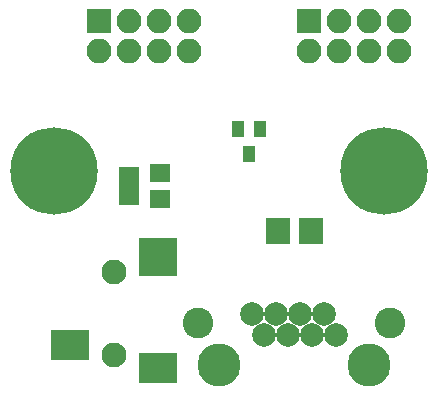
<source format=gbr>
G04 #@! TF.FileFunction,Soldermask,Top*
%FSLAX46Y46*%
G04 Gerber Fmt 4.6, Leading zero omitted, Abs format (unit mm)*
G04 Created by KiCad (PCBNEW 4.0.5) date 04/11/17 14:31:45*
%MOMM*%
%LPD*%
G01*
G04 APERTURE LIST*
%ADD10C,0.100000*%
%ADD11R,2.000200X2.203400*%
%ADD12R,3.194000X2.609800*%
%ADD13R,3.194000X3.194000*%
%ADD14C,2.101800*%
%ADD15R,2.100000X2.100000*%
%ADD16O,2.100000X2.100000*%
%ADD17R,1.800000X1.600000*%
%ADD18R,1.800000X3.200000*%
%ADD19R,0.999400X1.400800*%
%ADD20C,7.400000*%
%ADD21C,2.600000*%
%ADD22C,3.650000*%
%ADD23C,2.000000*%
G04 APERTURE END LIST*
D10*
D11*
X52197000Y-49530000D03*
X49403000Y-49530000D03*
D12*
X31851600Y-59105800D03*
D13*
X39268400Y-51714400D03*
D12*
X39268400Y-61112400D03*
D14*
X35560000Y-52984400D03*
X35560000Y-59994800D03*
D15*
X52070000Y-31750000D03*
D16*
X52070000Y-34290000D03*
X54610000Y-31750000D03*
X54610000Y-34290000D03*
X57150000Y-31750000D03*
X57150000Y-34290000D03*
X59690000Y-31750000D03*
X59690000Y-34290000D03*
D15*
X34290000Y-31750000D03*
D16*
X34290000Y-34290000D03*
X36830000Y-31750000D03*
X36830000Y-34290000D03*
X39370000Y-31750000D03*
X39370000Y-34290000D03*
X41910000Y-31750000D03*
X41910000Y-34290000D03*
D17*
X39430000Y-46820000D03*
X39430000Y-44620000D03*
D18*
X36830000Y-45720000D03*
D19*
X47942500Y-40853400D03*
X46990000Y-42966600D03*
X46037500Y-40853400D03*
D20*
X58420000Y-44450000D03*
X30480000Y-44450000D03*
D21*
X42670000Y-57280000D03*
X58930000Y-57280000D03*
D22*
X44450000Y-60840000D03*
X57150000Y-60840000D03*
D23*
X50300000Y-58300000D03*
X52330000Y-58300000D03*
X49270000Y-56520000D03*
X51300000Y-56520000D03*
X47240000Y-56520000D03*
X48270000Y-58300000D03*
X53330000Y-56520000D03*
X54360000Y-58300000D03*
M02*

</source>
